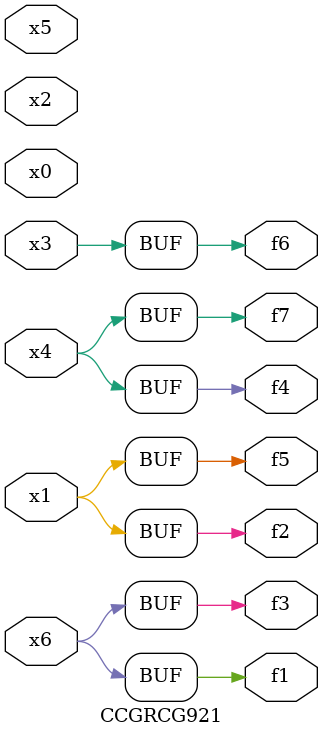
<source format=v>
module CCGRCG921(
	input x0, x1, x2, x3, x4, x5, x6,
	output f1, f2, f3, f4, f5, f6, f7
);
	assign f1 = x6;
	assign f2 = x1;
	assign f3 = x6;
	assign f4 = x4;
	assign f5 = x1;
	assign f6 = x3;
	assign f7 = x4;
endmodule

</source>
